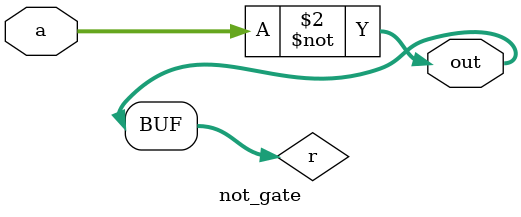
<source format=sv>
module not_gate

#(parameter W = 4)
(
  input logic [W-1:0] a,
  output logic [W-1:0] out
);

  logic [W-1:0] r;

  always_comb begin
    r = ~a;
  end
  assign out = r;

endmodule
</source>
